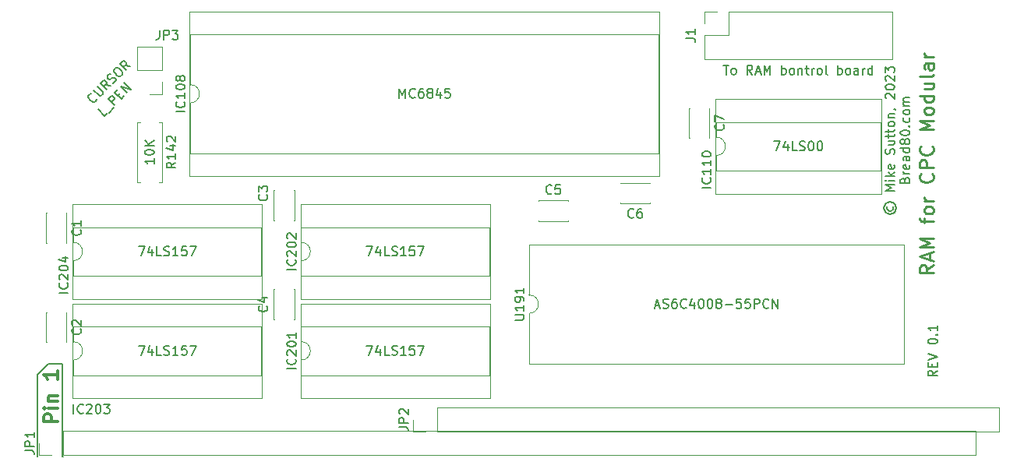
<source format=gto>
G04 #@! TF.GenerationSoftware,KiCad,Pcbnew,(5.1.12)-1*
G04 #@! TF.CreationDate,2023-07-18T15:57:14+01:00*
G04 #@! TF.ProjectId,CPCRAM,43504352-414d-42e6-9b69-6361645f7063,rev?*
G04 #@! TF.SameCoordinates,Original*
G04 #@! TF.FileFunction,Legend,Top*
G04 #@! TF.FilePolarity,Positive*
%FSLAX46Y46*%
G04 Gerber Fmt 4.6, Leading zero omitted, Abs format (unit mm)*
G04 Created by KiCad (PCBNEW (5.1.12)-1) date 2023-07-18 15:57:14*
%MOMM*%
%LPD*%
G01*
G04 APERTURE LIST*
%ADD10C,0.150000*%
%ADD11C,0.250000*%
%ADD12C,0.200000*%
%ADD13C,0.300000*%
%ADD14C,0.120000*%
G04 APERTURE END LIST*
D10*
X228688333Y-110577380D02*
X229259761Y-110577380D01*
X228974047Y-111577380D02*
X228974047Y-110577380D01*
X229735952Y-111577380D02*
X229640714Y-111529761D01*
X229593095Y-111482142D01*
X229545476Y-111386904D01*
X229545476Y-111101190D01*
X229593095Y-111005952D01*
X229640714Y-110958333D01*
X229735952Y-110910714D01*
X229878809Y-110910714D01*
X229974047Y-110958333D01*
X230021666Y-111005952D01*
X230069285Y-111101190D01*
X230069285Y-111386904D01*
X230021666Y-111482142D01*
X229974047Y-111529761D01*
X229878809Y-111577380D01*
X229735952Y-111577380D01*
X231831190Y-111577380D02*
X231497857Y-111101190D01*
X231259761Y-111577380D02*
X231259761Y-110577380D01*
X231640714Y-110577380D01*
X231735952Y-110625000D01*
X231783571Y-110672619D01*
X231831190Y-110767857D01*
X231831190Y-110910714D01*
X231783571Y-111005952D01*
X231735952Y-111053571D01*
X231640714Y-111101190D01*
X231259761Y-111101190D01*
X232212142Y-111291666D02*
X232688333Y-111291666D01*
X232116904Y-111577380D02*
X232450238Y-110577380D01*
X232783571Y-111577380D01*
X233116904Y-111577380D02*
X233116904Y-110577380D01*
X233450238Y-111291666D01*
X233783571Y-110577380D01*
X233783571Y-111577380D01*
X235021666Y-111577380D02*
X235021666Y-110577380D01*
X235021666Y-110958333D02*
X235116904Y-110910714D01*
X235307380Y-110910714D01*
X235402619Y-110958333D01*
X235450238Y-111005952D01*
X235497857Y-111101190D01*
X235497857Y-111386904D01*
X235450238Y-111482142D01*
X235402619Y-111529761D01*
X235307380Y-111577380D01*
X235116904Y-111577380D01*
X235021666Y-111529761D01*
X236069285Y-111577380D02*
X235974047Y-111529761D01*
X235926428Y-111482142D01*
X235878809Y-111386904D01*
X235878809Y-111101190D01*
X235926428Y-111005952D01*
X235974047Y-110958333D01*
X236069285Y-110910714D01*
X236212142Y-110910714D01*
X236307380Y-110958333D01*
X236355000Y-111005952D01*
X236402619Y-111101190D01*
X236402619Y-111386904D01*
X236355000Y-111482142D01*
X236307380Y-111529761D01*
X236212142Y-111577380D01*
X236069285Y-111577380D01*
X236831190Y-110910714D02*
X236831190Y-111577380D01*
X236831190Y-111005952D02*
X236878809Y-110958333D01*
X236974047Y-110910714D01*
X237116904Y-110910714D01*
X237212142Y-110958333D01*
X237259761Y-111053571D01*
X237259761Y-111577380D01*
X237593095Y-110910714D02*
X237974047Y-110910714D01*
X237735952Y-110577380D02*
X237735952Y-111434523D01*
X237783571Y-111529761D01*
X237878809Y-111577380D01*
X237974047Y-111577380D01*
X238307380Y-111577380D02*
X238307380Y-110910714D01*
X238307380Y-111101190D02*
X238355000Y-111005952D01*
X238402619Y-110958333D01*
X238497857Y-110910714D01*
X238593095Y-110910714D01*
X239069285Y-111577380D02*
X238974047Y-111529761D01*
X238926428Y-111482142D01*
X238878809Y-111386904D01*
X238878809Y-111101190D01*
X238926428Y-111005952D01*
X238974047Y-110958333D01*
X239069285Y-110910714D01*
X239212142Y-110910714D01*
X239307380Y-110958333D01*
X239355000Y-111005952D01*
X239402619Y-111101190D01*
X239402619Y-111386904D01*
X239355000Y-111482142D01*
X239307380Y-111529761D01*
X239212142Y-111577380D01*
X239069285Y-111577380D01*
X239974047Y-111577380D02*
X239878809Y-111529761D01*
X239831190Y-111434523D01*
X239831190Y-110577380D01*
X241116904Y-111577380D02*
X241116904Y-110577380D01*
X241116904Y-110958333D02*
X241212142Y-110910714D01*
X241402619Y-110910714D01*
X241497857Y-110958333D01*
X241545476Y-111005952D01*
X241593095Y-111101190D01*
X241593095Y-111386904D01*
X241545476Y-111482142D01*
X241497857Y-111529761D01*
X241402619Y-111577380D01*
X241212142Y-111577380D01*
X241116904Y-111529761D01*
X242164523Y-111577380D02*
X242069285Y-111529761D01*
X242021666Y-111482142D01*
X241974047Y-111386904D01*
X241974047Y-111101190D01*
X242021666Y-111005952D01*
X242069285Y-110958333D01*
X242164523Y-110910714D01*
X242307380Y-110910714D01*
X242402619Y-110958333D01*
X242450238Y-111005952D01*
X242497857Y-111101190D01*
X242497857Y-111386904D01*
X242450238Y-111482142D01*
X242402619Y-111529761D01*
X242307380Y-111577380D01*
X242164523Y-111577380D01*
X243355000Y-111577380D02*
X243355000Y-111053571D01*
X243307380Y-110958333D01*
X243212142Y-110910714D01*
X243021666Y-110910714D01*
X242926428Y-110958333D01*
X243355000Y-111529761D02*
X243259761Y-111577380D01*
X243021666Y-111577380D01*
X242926428Y-111529761D01*
X242878809Y-111434523D01*
X242878809Y-111339285D01*
X242926428Y-111244047D01*
X243021666Y-111196428D01*
X243259761Y-111196428D01*
X243355000Y-111148809D01*
X243831190Y-111577380D02*
X243831190Y-110910714D01*
X243831190Y-111101190D02*
X243878809Y-111005952D01*
X243926428Y-110958333D01*
X244021666Y-110910714D01*
X244116904Y-110910714D01*
X244878809Y-111577380D02*
X244878809Y-110577380D01*
X244878809Y-111529761D02*
X244783571Y-111577380D01*
X244593095Y-111577380D01*
X244497857Y-111529761D01*
X244450238Y-111482142D01*
X244402619Y-111386904D01*
X244402619Y-111101190D01*
X244450238Y-111005952D01*
X244497857Y-110958333D01*
X244593095Y-110910714D01*
X244783571Y-110910714D01*
X244878809Y-110958333D01*
X246515476Y-125887857D02*
X246467857Y-125983095D01*
X246467857Y-126173571D01*
X246515476Y-126268809D01*
X246610714Y-126364047D01*
X246705952Y-126411666D01*
X246896428Y-126411666D01*
X246991666Y-126364047D01*
X247086904Y-126268809D01*
X247134523Y-126173571D01*
X247134523Y-125983095D01*
X247086904Y-125887857D01*
X246134523Y-126078333D02*
X246182142Y-126316428D01*
X246325000Y-126554523D01*
X246563095Y-126697380D01*
X246801190Y-126745000D01*
X247039285Y-126697380D01*
X247277380Y-126554523D01*
X247420238Y-126316428D01*
X247467857Y-126078333D01*
X247420238Y-125840238D01*
X247277380Y-125602142D01*
X247039285Y-125459285D01*
X246801190Y-125411666D01*
X246563095Y-125459285D01*
X246325000Y-125602142D01*
X246182142Y-125840238D01*
X246134523Y-126078333D01*
X247277380Y-124221190D02*
X246277380Y-124221190D01*
X246991666Y-123887857D01*
X246277380Y-123554523D01*
X247277380Y-123554523D01*
X247277380Y-123078333D02*
X246610714Y-123078333D01*
X246277380Y-123078333D02*
X246325000Y-123125952D01*
X246372619Y-123078333D01*
X246325000Y-123030714D01*
X246277380Y-123078333D01*
X246372619Y-123078333D01*
X247277380Y-122602142D02*
X246277380Y-122602142D01*
X246896428Y-122506904D02*
X247277380Y-122221190D01*
X246610714Y-122221190D02*
X246991666Y-122602142D01*
X247229761Y-121411666D02*
X247277380Y-121506904D01*
X247277380Y-121697380D01*
X247229761Y-121792619D01*
X247134523Y-121840238D01*
X246753571Y-121840238D01*
X246658333Y-121792619D01*
X246610714Y-121697380D01*
X246610714Y-121506904D01*
X246658333Y-121411666D01*
X246753571Y-121364047D01*
X246848809Y-121364047D01*
X246944047Y-121840238D01*
X247229761Y-120221190D02*
X247277380Y-120078333D01*
X247277380Y-119840238D01*
X247229761Y-119745000D01*
X247182142Y-119697380D01*
X247086904Y-119649761D01*
X246991666Y-119649761D01*
X246896428Y-119697380D01*
X246848809Y-119745000D01*
X246801190Y-119840238D01*
X246753571Y-120030714D01*
X246705952Y-120125952D01*
X246658333Y-120173571D01*
X246563095Y-120221190D01*
X246467857Y-120221190D01*
X246372619Y-120173571D01*
X246325000Y-120125952D01*
X246277380Y-120030714D01*
X246277380Y-119792619D01*
X246325000Y-119649761D01*
X246610714Y-118792619D02*
X247277380Y-118792619D01*
X246610714Y-119221190D02*
X247134523Y-119221190D01*
X247229761Y-119173571D01*
X247277380Y-119078333D01*
X247277380Y-118935476D01*
X247229761Y-118840238D01*
X247182142Y-118792619D01*
X246610714Y-118459285D02*
X246610714Y-118078333D01*
X246277380Y-118316428D02*
X247134523Y-118316428D01*
X247229761Y-118268809D01*
X247277380Y-118173571D01*
X247277380Y-118078333D01*
X246610714Y-117887857D02*
X246610714Y-117506904D01*
X246277380Y-117745000D02*
X247134523Y-117745000D01*
X247229761Y-117697380D01*
X247277380Y-117602142D01*
X247277380Y-117506904D01*
X247277380Y-117030714D02*
X247229761Y-117125952D01*
X247182142Y-117173571D01*
X247086904Y-117221190D01*
X246801190Y-117221190D01*
X246705952Y-117173571D01*
X246658333Y-117125952D01*
X246610714Y-117030714D01*
X246610714Y-116887857D01*
X246658333Y-116792619D01*
X246705952Y-116745000D01*
X246801190Y-116697380D01*
X247086904Y-116697380D01*
X247182142Y-116745000D01*
X247229761Y-116792619D01*
X247277380Y-116887857D01*
X247277380Y-117030714D01*
X246610714Y-116268809D02*
X247277380Y-116268809D01*
X246705952Y-116268809D02*
X246658333Y-116221190D01*
X246610714Y-116125952D01*
X246610714Y-115983095D01*
X246658333Y-115887857D01*
X246753571Y-115840238D01*
X247277380Y-115840238D01*
X247229761Y-115316428D02*
X247277380Y-115316428D01*
X247372619Y-115364047D01*
X247420238Y-115411666D01*
X246372619Y-114173571D02*
X246325000Y-114125952D01*
X246277380Y-114030714D01*
X246277380Y-113792619D01*
X246325000Y-113697380D01*
X246372619Y-113649761D01*
X246467857Y-113602142D01*
X246563095Y-113602142D01*
X246705952Y-113649761D01*
X247277380Y-114221190D01*
X247277380Y-113602142D01*
X246277380Y-112983095D02*
X246277380Y-112887857D01*
X246325000Y-112792619D01*
X246372619Y-112745000D01*
X246467857Y-112697380D01*
X246658333Y-112649761D01*
X246896428Y-112649761D01*
X247086904Y-112697380D01*
X247182142Y-112745000D01*
X247229761Y-112792619D01*
X247277380Y-112887857D01*
X247277380Y-112983095D01*
X247229761Y-113078333D01*
X247182142Y-113125952D01*
X247086904Y-113173571D01*
X246896428Y-113221190D01*
X246658333Y-113221190D01*
X246467857Y-113173571D01*
X246372619Y-113125952D01*
X246325000Y-113078333D01*
X246277380Y-112983095D01*
X246372619Y-112268809D02*
X246325000Y-112221190D01*
X246277380Y-112125952D01*
X246277380Y-111887857D01*
X246325000Y-111792619D01*
X246372619Y-111745000D01*
X246467857Y-111697380D01*
X246563095Y-111697380D01*
X246705952Y-111745000D01*
X247277380Y-112316428D01*
X247277380Y-111697380D01*
X246277380Y-111364047D02*
X246277380Y-110745000D01*
X246658333Y-111078333D01*
X246658333Y-110935476D01*
X246705952Y-110840238D01*
X246753571Y-110792619D01*
X246848809Y-110745000D01*
X247086904Y-110745000D01*
X247182142Y-110792619D01*
X247229761Y-110840238D01*
X247277380Y-110935476D01*
X247277380Y-111221190D01*
X247229761Y-111316428D01*
X247182142Y-111364047D01*
X248403571Y-123054523D02*
X248451190Y-122911666D01*
X248498809Y-122864047D01*
X248594047Y-122816428D01*
X248736904Y-122816428D01*
X248832142Y-122864047D01*
X248879761Y-122911666D01*
X248927380Y-123006904D01*
X248927380Y-123387857D01*
X247927380Y-123387857D01*
X247927380Y-123054523D01*
X247975000Y-122959285D01*
X248022619Y-122911666D01*
X248117857Y-122864047D01*
X248213095Y-122864047D01*
X248308333Y-122911666D01*
X248355952Y-122959285D01*
X248403571Y-123054523D01*
X248403571Y-123387857D01*
X248927380Y-122387857D02*
X248260714Y-122387857D01*
X248451190Y-122387857D02*
X248355952Y-122340238D01*
X248308333Y-122292619D01*
X248260714Y-122197380D01*
X248260714Y-122102142D01*
X248879761Y-121387857D02*
X248927380Y-121483095D01*
X248927380Y-121673571D01*
X248879761Y-121768809D01*
X248784523Y-121816428D01*
X248403571Y-121816428D01*
X248308333Y-121768809D01*
X248260714Y-121673571D01*
X248260714Y-121483095D01*
X248308333Y-121387857D01*
X248403571Y-121340238D01*
X248498809Y-121340238D01*
X248594047Y-121816428D01*
X248927380Y-120483095D02*
X248403571Y-120483095D01*
X248308333Y-120530714D01*
X248260714Y-120625952D01*
X248260714Y-120816428D01*
X248308333Y-120911666D01*
X248879761Y-120483095D02*
X248927380Y-120578333D01*
X248927380Y-120816428D01*
X248879761Y-120911666D01*
X248784523Y-120959285D01*
X248689285Y-120959285D01*
X248594047Y-120911666D01*
X248546428Y-120816428D01*
X248546428Y-120578333D01*
X248498809Y-120483095D01*
X248927380Y-119578333D02*
X247927380Y-119578333D01*
X248879761Y-119578333D02*
X248927380Y-119673571D01*
X248927380Y-119864047D01*
X248879761Y-119959285D01*
X248832142Y-120006904D01*
X248736904Y-120054523D01*
X248451190Y-120054523D01*
X248355952Y-120006904D01*
X248308333Y-119959285D01*
X248260714Y-119864047D01*
X248260714Y-119673571D01*
X248308333Y-119578333D01*
X248355952Y-118959285D02*
X248308333Y-119054523D01*
X248260714Y-119102142D01*
X248165476Y-119149761D01*
X248117857Y-119149761D01*
X248022619Y-119102142D01*
X247975000Y-119054523D01*
X247927380Y-118959285D01*
X247927380Y-118768809D01*
X247975000Y-118673571D01*
X248022619Y-118625952D01*
X248117857Y-118578333D01*
X248165476Y-118578333D01*
X248260714Y-118625952D01*
X248308333Y-118673571D01*
X248355952Y-118768809D01*
X248355952Y-118959285D01*
X248403571Y-119054523D01*
X248451190Y-119102142D01*
X248546428Y-119149761D01*
X248736904Y-119149761D01*
X248832142Y-119102142D01*
X248879761Y-119054523D01*
X248927380Y-118959285D01*
X248927380Y-118768809D01*
X248879761Y-118673571D01*
X248832142Y-118625952D01*
X248736904Y-118578333D01*
X248546428Y-118578333D01*
X248451190Y-118625952D01*
X248403571Y-118673571D01*
X248355952Y-118768809D01*
X247927380Y-117959285D02*
X247927380Y-117864047D01*
X247975000Y-117768809D01*
X248022619Y-117721190D01*
X248117857Y-117673571D01*
X248308333Y-117625952D01*
X248546428Y-117625952D01*
X248736904Y-117673571D01*
X248832142Y-117721190D01*
X248879761Y-117768809D01*
X248927380Y-117864047D01*
X248927380Y-117959285D01*
X248879761Y-118054523D01*
X248832142Y-118102142D01*
X248736904Y-118149761D01*
X248546428Y-118197380D01*
X248308333Y-118197380D01*
X248117857Y-118149761D01*
X248022619Y-118102142D01*
X247975000Y-118054523D01*
X247927380Y-117959285D01*
X248832142Y-117197380D02*
X248879761Y-117149761D01*
X248927380Y-117197380D01*
X248879761Y-117245000D01*
X248832142Y-117197380D01*
X248927380Y-117197380D01*
X248879761Y-116292619D02*
X248927380Y-116387857D01*
X248927380Y-116578333D01*
X248879761Y-116673571D01*
X248832142Y-116721190D01*
X248736904Y-116768809D01*
X248451190Y-116768809D01*
X248355952Y-116721190D01*
X248308333Y-116673571D01*
X248260714Y-116578333D01*
X248260714Y-116387857D01*
X248308333Y-116292619D01*
X248927380Y-115721190D02*
X248879761Y-115816428D01*
X248832142Y-115864047D01*
X248736904Y-115911666D01*
X248451190Y-115911666D01*
X248355952Y-115864047D01*
X248308333Y-115816428D01*
X248260714Y-115721190D01*
X248260714Y-115578333D01*
X248308333Y-115483095D01*
X248355952Y-115435476D01*
X248451190Y-115387857D01*
X248736904Y-115387857D01*
X248832142Y-115435476D01*
X248879761Y-115483095D01*
X248927380Y-115578333D01*
X248927380Y-115721190D01*
X248927380Y-114959285D02*
X248260714Y-114959285D01*
X248355952Y-114959285D02*
X248308333Y-114911666D01*
X248260714Y-114816428D01*
X248260714Y-114673571D01*
X248308333Y-114578333D01*
X248403571Y-114530714D01*
X248927380Y-114530714D01*
X248403571Y-114530714D02*
X248308333Y-114483095D01*
X248260714Y-114387857D01*
X248260714Y-114245000D01*
X248308333Y-114149761D01*
X248403571Y-114102142D01*
X248927380Y-114102142D01*
D11*
X251503571Y-132285000D02*
X250789285Y-132785000D01*
X251503571Y-133142142D02*
X250003571Y-133142142D01*
X250003571Y-132570714D01*
X250075000Y-132427857D01*
X250146428Y-132356428D01*
X250289285Y-132285000D01*
X250503571Y-132285000D01*
X250646428Y-132356428D01*
X250717857Y-132427857D01*
X250789285Y-132570714D01*
X250789285Y-133142142D01*
X251075000Y-131713571D02*
X251075000Y-130999285D01*
X251503571Y-131856428D02*
X250003571Y-131356428D01*
X251503571Y-130856428D01*
X251503571Y-130356428D02*
X250003571Y-130356428D01*
X251075000Y-129856428D01*
X250003571Y-129356428D01*
X251503571Y-129356428D01*
X250503571Y-127713571D02*
X250503571Y-127142142D01*
X251503571Y-127499285D02*
X250217857Y-127499285D01*
X250075000Y-127427857D01*
X250003571Y-127285000D01*
X250003571Y-127142142D01*
X251503571Y-126427857D02*
X251432142Y-126570714D01*
X251360714Y-126642142D01*
X251217857Y-126713571D01*
X250789285Y-126713571D01*
X250646428Y-126642142D01*
X250575000Y-126570714D01*
X250503571Y-126427857D01*
X250503571Y-126213571D01*
X250575000Y-126070714D01*
X250646428Y-125999285D01*
X250789285Y-125927857D01*
X251217857Y-125927857D01*
X251360714Y-125999285D01*
X251432142Y-126070714D01*
X251503571Y-126213571D01*
X251503571Y-126427857D01*
X251503571Y-125285000D02*
X250503571Y-125285000D01*
X250789285Y-125285000D02*
X250646428Y-125213571D01*
X250575000Y-125142142D01*
X250503571Y-124999285D01*
X250503571Y-124856428D01*
X251360714Y-122356428D02*
X251432142Y-122427857D01*
X251503571Y-122642142D01*
X251503571Y-122785000D01*
X251432142Y-122999285D01*
X251289285Y-123142142D01*
X251146428Y-123213571D01*
X250860714Y-123285000D01*
X250646428Y-123285000D01*
X250360714Y-123213571D01*
X250217857Y-123142142D01*
X250075000Y-122999285D01*
X250003571Y-122785000D01*
X250003571Y-122642142D01*
X250075000Y-122427857D01*
X250146428Y-122356428D01*
X251503571Y-121713571D02*
X250003571Y-121713571D01*
X250003571Y-121142142D01*
X250075000Y-120999285D01*
X250146428Y-120927857D01*
X250289285Y-120856428D01*
X250503571Y-120856428D01*
X250646428Y-120927857D01*
X250717857Y-120999285D01*
X250789285Y-121142142D01*
X250789285Y-121713571D01*
X251360714Y-119356428D02*
X251432142Y-119427857D01*
X251503571Y-119642142D01*
X251503571Y-119785000D01*
X251432142Y-119999285D01*
X251289285Y-120142142D01*
X251146428Y-120213571D01*
X250860714Y-120285000D01*
X250646428Y-120285000D01*
X250360714Y-120213571D01*
X250217857Y-120142142D01*
X250075000Y-119999285D01*
X250003571Y-119785000D01*
X250003571Y-119642142D01*
X250075000Y-119427857D01*
X250146428Y-119356428D01*
X251503571Y-117570714D02*
X250003571Y-117570714D01*
X251075000Y-117070714D01*
X250003571Y-116570714D01*
X251503571Y-116570714D01*
X251503571Y-115642142D02*
X251432142Y-115785000D01*
X251360714Y-115856428D01*
X251217857Y-115927857D01*
X250789285Y-115927857D01*
X250646428Y-115856428D01*
X250575000Y-115785000D01*
X250503571Y-115642142D01*
X250503571Y-115427857D01*
X250575000Y-115285000D01*
X250646428Y-115213571D01*
X250789285Y-115142142D01*
X251217857Y-115142142D01*
X251360714Y-115213571D01*
X251432142Y-115285000D01*
X251503571Y-115427857D01*
X251503571Y-115642142D01*
X251503571Y-113856428D02*
X250003571Y-113856428D01*
X251432142Y-113856428D02*
X251503571Y-113999285D01*
X251503571Y-114285000D01*
X251432142Y-114427857D01*
X251360714Y-114499285D01*
X251217857Y-114570714D01*
X250789285Y-114570714D01*
X250646428Y-114499285D01*
X250575000Y-114427857D01*
X250503571Y-114285000D01*
X250503571Y-113999285D01*
X250575000Y-113856428D01*
X250503571Y-112499285D02*
X251503571Y-112499285D01*
X250503571Y-113142142D02*
X251289285Y-113142142D01*
X251432142Y-113070714D01*
X251503571Y-112927857D01*
X251503571Y-112713571D01*
X251432142Y-112570714D01*
X251360714Y-112499285D01*
X251503571Y-111570714D02*
X251432142Y-111713571D01*
X251289285Y-111785000D01*
X250003571Y-111785000D01*
X251503571Y-110356428D02*
X250717857Y-110356428D01*
X250575000Y-110427857D01*
X250503571Y-110570714D01*
X250503571Y-110856428D01*
X250575000Y-110999285D01*
X251432142Y-110356428D02*
X251503571Y-110499285D01*
X251503571Y-110856428D01*
X251432142Y-110999285D01*
X251289285Y-111070714D01*
X251146428Y-111070714D01*
X251003571Y-110999285D01*
X250932142Y-110856428D01*
X250932142Y-110499285D01*
X250860714Y-110356428D01*
X251503571Y-109642142D02*
X250503571Y-109642142D01*
X250789285Y-109642142D02*
X250646428Y-109570714D01*
X250575000Y-109499285D01*
X250503571Y-109356428D01*
X250503571Y-109213571D01*
D10*
X251912380Y-143747857D02*
X251436190Y-144081190D01*
X251912380Y-144319285D02*
X250912380Y-144319285D01*
X250912380Y-143938333D01*
X250960000Y-143843095D01*
X251007619Y-143795476D01*
X251102857Y-143747857D01*
X251245714Y-143747857D01*
X251340952Y-143795476D01*
X251388571Y-143843095D01*
X251436190Y-143938333D01*
X251436190Y-144319285D01*
X251388571Y-143319285D02*
X251388571Y-142985952D01*
X251912380Y-142843095D02*
X251912380Y-143319285D01*
X250912380Y-143319285D01*
X250912380Y-142843095D01*
X250912380Y-142557380D02*
X251912380Y-142224047D01*
X250912380Y-141890714D01*
X250912380Y-140605000D02*
X250912380Y-140509761D01*
X250960000Y-140414523D01*
X251007619Y-140366904D01*
X251102857Y-140319285D01*
X251293333Y-140271666D01*
X251531428Y-140271666D01*
X251721904Y-140319285D01*
X251817142Y-140366904D01*
X251864761Y-140414523D01*
X251912380Y-140509761D01*
X251912380Y-140605000D01*
X251864761Y-140700238D01*
X251817142Y-140747857D01*
X251721904Y-140795476D01*
X251531428Y-140843095D01*
X251293333Y-140843095D01*
X251102857Y-140795476D01*
X251007619Y-140747857D01*
X250960000Y-140700238D01*
X250912380Y-140605000D01*
X251817142Y-139843095D02*
X251864761Y-139795476D01*
X251912380Y-139843095D01*
X251864761Y-139890714D01*
X251817142Y-139843095D01*
X251912380Y-139843095D01*
X251912380Y-138843095D02*
X251912380Y-139414523D01*
X251912380Y-139128809D02*
X250912380Y-139128809D01*
X251055238Y-139224047D01*
X251150476Y-139319285D01*
X251198095Y-139414523D01*
X161785549Y-115714213D02*
X161448832Y-116050931D01*
X160741725Y-115343824D01*
X161920236Y-115714213D02*
X162458984Y-115175465D01*
X162560000Y-114939763D02*
X161852893Y-114232656D01*
X162122267Y-113963282D01*
X162223282Y-113929610D01*
X162290625Y-113929610D01*
X162391641Y-113963282D01*
X162492656Y-114064297D01*
X162526328Y-114165312D01*
X162526328Y-114232656D01*
X162492656Y-114333671D01*
X162223282Y-114603045D01*
X162896717Y-113862267D02*
X163132419Y-113626564D01*
X163603824Y-113895938D02*
X163267106Y-114232656D01*
X162560000Y-113525549D01*
X162896717Y-113188832D01*
X163906870Y-113592893D02*
X163199763Y-112885786D01*
X164310931Y-113188832D01*
X163603824Y-112481725D01*
X160611801Y-114213274D02*
X160611801Y-114280618D01*
X160544458Y-114415305D01*
X160477114Y-114482648D01*
X160342427Y-114549992D01*
X160207740Y-114549992D01*
X160106725Y-114516320D01*
X159938366Y-114415305D01*
X159837351Y-114314289D01*
X159736336Y-114145931D01*
X159702664Y-114044915D01*
X159702664Y-113910228D01*
X159770007Y-113775541D01*
X159837351Y-113708198D01*
X159972038Y-113640854D01*
X160039381Y-113640854D01*
X160275084Y-113270465D02*
X160847503Y-113842885D01*
X160948519Y-113876557D01*
X161015862Y-113876557D01*
X161116877Y-113842885D01*
X161251564Y-113708198D01*
X161285236Y-113607183D01*
X161285236Y-113539839D01*
X161251564Y-113438824D01*
X160679145Y-112866404D01*
X162127030Y-112832732D02*
X161554610Y-112731717D01*
X161722969Y-113236793D02*
X161015862Y-112529687D01*
X161285236Y-112260312D01*
X161386251Y-112226641D01*
X161453595Y-112226641D01*
X161554610Y-112260312D01*
X161655625Y-112361328D01*
X161689297Y-112462343D01*
X161689297Y-112529687D01*
X161655625Y-112630702D01*
X161386251Y-112900076D01*
X162362732Y-112529687D02*
X162497419Y-112462343D01*
X162665778Y-112293984D01*
X162699450Y-112192969D01*
X162699450Y-112125625D01*
X162665778Y-112024610D01*
X162598435Y-111957267D01*
X162497419Y-111923595D01*
X162430076Y-111923595D01*
X162329061Y-111957267D01*
X162160702Y-112058282D01*
X162059687Y-112091954D01*
X161992343Y-112091954D01*
X161891328Y-112058282D01*
X161823984Y-111990938D01*
X161790312Y-111889923D01*
X161790312Y-111822580D01*
X161823984Y-111721564D01*
X161992343Y-111553206D01*
X162127030Y-111485862D01*
X162531091Y-111014458D02*
X162665778Y-110879771D01*
X162766793Y-110846099D01*
X162901480Y-110846099D01*
X163069839Y-110947114D01*
X163305541Y-111182816D01*
X163406557Y-111351175D01*
X163406557Y-111485862D01*
X163372885Y-111586877D01*
X163238198Y-111721564D01*
X163137183Y-111755236D01*
X163002496Y-111755236D01*
X162834137Y-111654221D01*
X162598435Y-111418519D01*
X162497419Y-111250160D01*
X162497419Y-111115473D01*
X162531091Y-111014458D01*
X164248350Y-110711412D02*
X163675931Y-110610397D01*
X163844289Y-111115473D02*
X163137183Y-110408366D01*
X163406557Y-110138992D01*
X163507572Y-110105320D01*
X163574915Y-110105320D01*
X163675931Y-110138992D01*
X163776946Y-110240007D01*
X163810618Y-110341023D01*
X163810618Y-110408366D01*
X163776946Y-110509381D01*
X163507572Y-110778755D01*
D12*
X156895800Y-153131520D02*
X156931360Y-153131520D01*
X156895800Y-143019780D02*
X156895800Y-153131520D01*
X155326080Y-143019780D02*
X156895800Y-143019780D01*
X154144980Y-144200880D02*
X155326080Y-143019780D01*
X154144980Y-153131520D02*
X154144980Y-144200880D01*
D13*
X156360251Y-149315465D02*
X154860251Y-149315465D01*
X154860251Y-148744037D01*
X154931680Y-148601180D01*
X155003108Y-148529751D01*
X155145965Y-148458322D01*
X155360251Y-148458322D01*
X155503108Y-148529751D01*
X155574537Y-148601180D01*
X155645965Y-148744037D01*
X155645965Y-149315465D01*
X156360251Y-147815465D02*
X155360251Y-147815465D01*
X154860251Y-147815465D02*
X154931680Y-147886894D01*
X155003108Y-147815465D01*
X154931680Y-147744037D01*
X154860251Y-147815465D01*
X155003108Y-147815465D01*
X155360251Y-147101180D02*
X156360251Y-147101180D01*
X155503108Y-147101180D02*
X155431680Y-147029751D01*
X155360251Y-146886894D01*
X155360251Y-146672608D01*
X155431680Y-146529751D01*
X155574537Y-146458322D01*
X156360251Y-146458322D01*
X156360251Y-143815465D02*
X156360251Y-144672608D01*
X156360251Y-144244037D02*
X154860251Y-144244037D01*
X155074537Y-144386894D01*
X155217394Y-144529751D01*
X155288822Y-144672608D01*
D14*
X157995000Y-136465000D02*
X157995000Y-146745000D01*
X178555000Y-136465000D02*
X157995000Y-136465000D01*
X178555000Y-146745000D02*
X178555000Y-136465000D01*
X157995000Y-146745000D02*
X178555000Y-146745000D01*
X158055000Y-138955000D02*
X158055000Y-140605000D01*
X178495000Y-138955000D02*
X158055000Y-138955000D01*
X178495000Y-144255000D02*
X178495000Y-138955000D01*
X158055000Y-144255000D02*
X178495000Y-144255000D01*
X158055000Y-142605000D02*
X158055000Y-144255000D01*
X158055000Y-140605000D02*
G75*
G02*
X158055000Y-142605000I0J-1000000D01*
G01*
X226635000Y-106045000D02*
X226635000Y-104715000D01*
X226635000Y-104715000D02*
X227965000Y-104715000D01*
X226635000Y-107315000D02*
X229235000Y-107315000D01*
X229235000Y-107315000D02*
X229235000Y-104715000D01*
X229235000Y-104715000D02*
X247075000Y-104715000D01*
X247075000Y-109915000D02*
X247075000Y-104715000D01*
X226635000Y-109915000D02*
X247075000Y-109915000D01*
X226635000Y-109915000D02*
X226635000Y-107315000D01*
X195012000Y-150402600D02*
X195012000Y-149072600D01*
X196342000Y-150402600D02*
X195012000Y-150402600D01*
X197612000Y-150402600D02*
X197612000Y-147742600D01*
X197612000Y-147742600D02*
X258632000Y-147742600D01*
X197612000Y-150402600D02*
X258632000Y-150402600D01*
X258632000Y-150402600D02*
X258632000Y-147742600D01*
X207585000Y-130065000D02*
X207585000Y-135525000D01*
X248345000Y-130065000D02*
X207585000Y-130065000D01*
X248345000Y-142985000D02*
X248345000Y-130065000D01*
X207585000Y-142985000D02*
X248345000Y-142985000D01*
X207585000Y-137525000D02*
X207585000Y-142985000D01*
X207585000Y-135525000D02*
G75*
G02*
X207585000Y-137525000I0J-1000000D01*
G01*
X227845000Y-114240000D02*
X227845000Y-124520000D01*
X245865000Y-114240000D02*
X227845000Y-114240000D01*
X245865000Y-124520000D02*
X245865000Y-114240000D01*
X227845000Y-124520000D02*
X245865000Y-124520000D01*
X227905000Y-116730000D02*
X227905000Y-118380000D01*
X245805000Y-116730000D02*
X227905000Y-116730000D01*
X245805000Y-122030000D02*
X245805000Y-116730000D01*
X227905000Y-122030000D02*
X245805000Y-122030000D01*
X227905000Y-120380000D02*
X227905000Y-122030000D01*
X227905000Y-118380000D02*
G75*
G02*
X227905000Y-120380000I0J-1000000D01*
G01*
X167410000Y-116745000D02*
X167740000Y-116745000D01*
X167740000Y-116745000D02*
X167740000Y-123285000D01*
X167740000Y-123285000D02*
X167410000Y-123285000D01*
X165330000Y-116745000D02*
X165000000Y-116745000D01*
X165000000Y-116745000D02*
X165000000Y-123285000D01*
X165000000Y-123285000D02*
X165330000Y-123285000D01*
X154372000Y-152942600D02*
X154372000Y-151612600D01*
X155702000Y-152942600D02*
X154372000Y-152942600D01*
X156972000Y-152942600D02*
X156972000Y-150282600D01*
X156972000Y-150282600D02*
X256092000Y-150282600D01*
X156972000Y-152942600D02*
X256092000Y-152942600D01*
X256092000Y-152942600D02*
X256092000Y-150282600D01*
X167700000Y-108525000D02*
X165040000Y-108525000D01*
X167700000Y-111125000D02*
X167700000Y-108525000D01*
X165040000Y-111125000D02*
X165040000Y-108525000D01*
X167700000Y-111125000D02*
X165040000Y-111125000D01*
X167700000Y-112395000D02*
X167700000Y-113725000D01*
X167700000Y-113725000D02*
X166370000Y-113725000D01*
X157995000Y-125670000D02*
X157995000Y-135950000D01*
X178555000Y-125670000D02*
X157995000Y-125670000D01*
X178555000Y-135950000D02*
X178555000Y-125670000D01*
X157995000Y-135950000D02*
X178555000Y-135950000D01*
X158055000Y-128160000D02*
X158055000Y-129810000D01*
X178495000Y-128160000D02*
X158055000Y-128160000D01*
X178495000Y-133460000D02*
X178495000Y-128160000D01*
X158055000Y-133460000D02*
X178495000Y-133460000D01*
X158055000Y-131810000D02*
X158055000Y-133460000D01*
X158055000Y-129810000D02*
G75*
G02*
X158055000Y-131810000I0J-1000000D01*
G01*
X182760000Y-125670000D02*
X182760000Y-135950000D01*
X203320000Y-125670000D02*
X182760000Y-125670000D01*
X203320000Y-135950000D02*
X203320000Y-125670000D01*
X182760000Y-135950000D02*
X203320000Y-135950000D01*
X182820000Y-128160000D02*
X182820000Y-129810000D01*
X203260000Y-128160000D02*
X182820000Y-128160000D01*
X203260000Y-133460000D02*
X203260000Y-128160000D01*
X182820000Y-133460000D02*
X203260000Y-133460000D01*
X182820000Y-131810000D02*
X182820000Y-133460000D01*
X182820000Y-129810000D02*
G75*
G02*
X182820000Y-131810000I0J-1000000D01*
G01*
X182760000Y-136465000D02*
X182760000Y-146745000D01*
X203320000Y-136465000D02*
X182760000Y-136465000D01*
X203320000Y-146745000D02*
X203320000Y-136465000D01*
X182760000Y-146745000D02*
X203320000Y-146745000D01*
X182820000Y-138955000D02*
X182820000Y-140605000D01*
X203260000Y-138955000D02*
X182820000Y-138955000D01*
X203260000Y-144255000D02*
X203260000Y-138955000D01*
X182820000Y-144255000D02*
X203260000Y-144255000D01*
X182820000Y-142605000D02*
X182820000Y-144255000D01*
X182820000Y-140605000D02*
G75*
G02*
X182820000Y-142605000I0J-1000000D01*
G01*
X170695000Y-104715000D02*
X170695000Y-122615000D01*
X221735000Y-104715000D02*
X170695000Y-104715000D01*
X221735000Y-122615000D02*
X221735000Y-104715000D01*
X170695000Y-122615000D02*
X221735000Y-122615000D01*
X170755000Y-107205000D02*
X170755000Y-112665000D01*
X221675000Y-107205000D02*
X170755000Y-107205000D01*
X221675000Y-120125000D02*
X221675000Y-107205000D01*
X170755000Y-120125000D02*
X221675000Y-120125000D01*
X170755000Y-114665000D02*
X170755000Y-120125000D01*
X170755000Y-112665000D02*
G75*
G02*
X170755000Y-114665000I0J-1000000D01*
G01*
X225005000Y-118480000D02*
X224940000Y-118480000D01*
X227180000Y-118480000D02*
X227115000Y-118480000D01*
X225005000Y-115240000D02*
X224940000Y-115240000D01*
X227180000Y-115240000D02*
X227115000Y-115240000D01*
X224940000Y-115240000D02*
X224940000Y-118480000D01*
X227180000Y-115240000D02*
X227180000Y-118480000D01*
X217475000Y-123405000D02*
X217475000Y-123340000D01*
X217475000Y-125580000D02*
X217475000Y-125515000D01*
X220715000Y-123405000D02*
X220715000Y-123340000D01*
X220715000Y-125580000D02*
X220715000Y-125515000D01*
X220715000Y-123340000D02*
X217475000Y-123340000D01*
X220715000Y-125580000D02*
X217475000Y-125580000D01*
X211825000Y-127420000D02*
X211825000Y-127485000D01*
X211825000Y-125245000D02*
X211825000Y-125310000D01*
X208585000Y-127420000D02*
X208585000Y-127485000D01*
X208585000Y-125245000D02*
X208585000Y-125310000D01*
X208585000Y-127485000D02*
X211825000Y-127485000D01*
X208585000Y-125245000D02*
X211825000Y-125245000D01*
X182030000Y-134925000D02*
X182095000Y-134925000D01*
X179855000Y-134925000D02*
X179920000Y-134925000D01*
X182030000Y-138165000D02*
X182095000Y-138165000D01*
X179855000Y-138165000D02*
X179920000Y-138165000D01*
X182095000Y-138165000D02*
X182095000Y-134925000D01*
X179855000Y-138165000D02*
X179855000Y-134925000D01*
X182030000Y-124170000D02*
X182095000Y-124170000D01*
X179855000Y-124170000D02*
X179920000Y-124170000D01*
X182030000Y-127410000D02*
X182095000Y-127410000D01*
X179855000Y-127410000D02*
X179920000Y-127410000D01*
X182095000Y-127410000D02*
X182095000Y-124170000D01*
X179855000Y-127410000D02*
X179855000Y-124170000D01*
X155155000Y-140665000D02*
X155090000Y-140665000D01*
X157330000Y-140665000D02*
X157265000Y-140665000D01*
X155155000Y-137425000D02*
X155090000Y-137425000D01*
X157330000Y-137425000D02*
X157265000Y-137425000D01*
X155090000Y-137425000D02*
X155090000Y-140665000D01*
X157330000Y-137425000D02*
X157330000Y-140665000D01*
X155155000Y-129870000D02*
X155090000Y-129870000D01*
X157330000Y-129870000D02*
X157265000Y-129870000D01*
X155155000Y-126630000D02*
X155090000Y-126630000D01*
X157330000Y-126630000D02*
X157265000Y-126630000D01*
X155090000Y-126630000D02*
X155090000Y-129870000D01*
X157330000Y-126630000D02*
X157330000Y-129870000D01*
D10*
X158091428Y-148407380D02*
X158091428Y-147407380D01*
X159139047Y-148312142D02*
X159091428Y-148359761D01*
X158948571Y-148407380D01*
X158853333Y-148407380D01*
X158710476Y-148359761D01*
X158615238Y-148264523D01*
X158567619Y-148169285D01*
X158520000Y-147978809D01*
X158520000Y-147835952D01*
X158567619Y-147645476D01*
X158615238Y-147550238D01*
X158710476Y-147455000D01*
X158853333Y-147407380D01*
X158948571Y-147407380D01*
X159091428Y-147455000D01*
X159139047Y-147502619D01*
X159520000Y-147502619D02*
X159567619Y-147455000D01*
X159662857Y-147407380D01*
X159900952Y-147407380D01*
X159996190Y-147455000D01*
X160043809Y-147502619D01*
X160091428Y-147597857D01*
X160091428Y-147693095D01*
X160043809Y-147835952D01*
X159472380Y-148407380D01*
X160091428Y-148407380D01*
X160710476Y-147407380D02*
X160805714Y-147407380D01*
X160900952Y-147455000D01*
X160948571Y-147502619D01*
X160996190Y-147597857D01*
X161043809Y-147788333D01*
X161043809Y-148026428D01*
X160996190Y-148216904D01*
X160948571Y-148312142D01*
X160900952Y-148359761D01*
X160805714Y-148407380D01*
X160710476Y-148407380D01*
X160615238Y-148359761D01*
X160567619Y-148312142D01*
X160520000Y-148216904D01*
X160472380Y-148026428D01*
X160472380Y-147788333D01*
X160520000Y-147597857D01*
X160567619Y-147502619D01*
X160615238Y-147455000D01*
X160710476Y-147407380D01*
X161377142Y-147407380D02*
X161996190Y-147407380D01*
X161662857Y-147788333D01*
X161805714Y-147788333D01*
X161900952Y-147835952D01*
X161948571Y-147883571D01*
X161996190Y-147978809D01*
X161996190Y-148216904D01*
X161948571Y-148312142D01*
X161900952Y-148359761D01*
X161805714Y-148407380D01*
X161520000Y-148407380D01*
X161424761Y-148359761D01*
X161377142Y-148312142D01*
X165155952Y-141057380D02*
X165822619Y-141057380D01*
X165394047Y-142057380D01*
X166632142Y-141390714D02*
X166632142Y-142057380D01*
X166394047Y-141009761D02*
X166155952Y-141724047D01*
X166775000Y-141724047D01*
X167632142Y-142057380D02*
X167155952Y-142057380D01*
X167155952Y-141057380D01*
X167917857Y-142009761D02*
X168060714Y-142057380D01*
X168298809Y-142057380D01*
X168394047Y-142009761D01*
X168441666Y-141962142D01*
X168489285Y-141866904D01*
X168489285Y-141771666D01*
X168441666Y-141676428D01*
X168394047Y-141628809D01*
X168298809Y-141581190D01*
X168108333Y-141533571D01*
X168013095Y-141485952D01*
X167965476Y-141438333D01*
X167917857Y-141343095D01*
X167917857Y-141247857D01*
X167965476Y-141152619D01*
X168013095Y-141105000D01*
X168108333Y-141057380D01*
X168346428Y-141057380D01*
X168489285Y-141105000D01*
X169441666Y-142057380D02*
X168870238Y-142057380D01*
X169155952Y-142057380D02*
X169155952Y-141057380D01*
X169060714Y-141200238D01*
X168965476Y-141295476D01*
X168870238Y-141343095D01*
X170346428Y-141057380D02*
X169870238Y-141057380D01*
X169822619Y-141533571D01*
X169870238Y-141485952D01*
X169965476Y-141438333D01*
X170203571Y-141438333D01*
X170298809Y-141485952D01*
X170346428Y-141533571D01*
X170394047Y-141628809D01*
X170394047Y-141866904D01*
X170346428Y-141962142D01*
X170298809Y-142009761D01*
X170203571Y-142057380D01*
X169965476Y-142057380D01*
X169870238Y-142009761D01*
X169822619Y-141962142D01*
X170727380Y-141057380D02*
X171394047Y-141057380D01*
X170965476Y-142057380D01*
X224647380Y-107648333D02*
X225361666Y-107648333D01*
X225504523Y-107695952D01*
X225599761Y-107791190D01*
X225647380Y-107934047D01*
X225647380Y-108029285D01*
X225647380Y-106648333D02*
X225647380Y-107219761D01*
X225647380Y-106934047D02*
X224647380Y-106934047D01*
X224790238Y-107029285D01*
X224885476Y-107124523D01*
X224933095Y-107219761D01*
X193464380Y-149905933D02*
X194178666Y-149905933D01*
X194321523Y-149953552D01*
X194416761Y-150048790D01*
X194464380Y-150191647D01*
X194464380Y-150286885D01*
X194464380Y-149429742D02*
X193464380Y-149429742D01*
X193464380Y-149048790D01*
X193512000Y-148953552D01*
X193559619Y-148905933D01*
X193654857Y-148858314D01*
X193797714Y-148858314D01*
X193892952Y-148905933D01*
X193940571Y-148953552D01*
X193988190Y-149048790D01*
X193988190Y-149429742D01*
X193559619Y-148477361D02*
X193512000Y-148429742D01*
X193464380Y-148334504D01*
X193464380Y-148096409D01*
X193512000Y-148001171D01*
X193559619Y-147953552D01*
X193654857Y-147905933D01*
X193750095Y-147905933D01*
X193892952Y-147953552D01*
X194464380Y-148524980D01*
X194464380Y-147905933D01*
X206037380Y-138239285D02*
X206846904Y-138239285D01*
X206942142Y-138191666D01*
X206989761Y-138144047D01*
X207037380Y-138048809D01*
X207037380Y-137858333D01*
X206989761Y-137763095D01*
X206942142Y-137715476D01*
X206846904Y-137667857D01*
X206037380Y-137667857D01*
X207037380Y-136667857D02*
X207037380Y-137239285D01*
X207037380Y-136953571D02*
X206037380Y-136953571D01*
X206180238Y-137048809D01*
X206275476Y-137144047D01*
X206323095Y-137239285D01*
X207037380Y-136191666D02*
X207037380Y-136001190D01*
X206989761Y-135905952D01*
X206942142Y-135858333D01*
X206799285Y-135763095D01*
X206608809Y-135715476D01*
X206227857Y-135715476D01*
X206132619Y-135763095D01*
X206085000Y-135810714D01*
X206037380Y-135905952D01*
X206037380Y-136096428D01*
X206085000Y-136191666D01*
X206132619Y-136239285D01*
X206227857Y-136286904D01*
X206465952Y-136286904D01*
X206561190Y-136239285D01*
X206608809Y-136191666D01*
X206656428Y-136096428D01*
X206656428Y-135905952D01*
X206608809Y-135810714D01*
X206561190Y-135763095D01*
X206465952Y-135715476D01*
X207037380Y-134763095D02*
X207037380Y-135334523D01*
X207037380Y-135048809D02*
X206037380Y-135048809D01*
X206180238Y-135144047D01*
X206275476Y-135239285D01*
X206323095Y-135334523D01*
X221274523Y-136691666D02*
X221750714Y-136691666D01*
X221179285Y-136977380D02*
X221512619Y-135977380D01*
X221845952Y-136977380D01*
X222131666Y-136929761D02*
X222274523Y-136977380D01*
X222512619Y-136977380D01*
X222607857Y-136929761D01*
X222655476Y-136882142D01*
X222703095Y-136786904D01*
X222703095Y-136691666D01*
X222655476Y-136596428D01*
X222607857Y-136548809D01*
X222512619Y-136501190D01*
X222322142Y-136453571D01*
X222226904Y-136405952D01*
X222179285Y-136358333D01*
X222131666Y-136263095D01*
X222131666Y-136167857D01*
X222179285Y-136072619D01*
X222226904Y-136025000D01*
X222322142Y-135977380D01*
X222560238Y-135977380D01*
X222703095Y-136025000D01*
X223560238Y-135977380D02*
X223369761Y-135977380D01*
X223274523Y-136025000D01*
X223226904Y-136072619D01*
X223131666Y-136215476D01*
X223084047Y-136405952D01*
X223084047Y-136786904D01*
X223131666Y-136882142D01*
X223179285Y-136929761D01*
X223274523Y-136977380D01*
X223465000Y-136977380D01*
X223560238Y-136929761D01*
X223607857Y-136882142D01*
X223655476Y-136786904D01*
X223655476Y-136548809D01*
X223607857Y-136453571D01*
X223560238Y-136405952D01*
X223465000Y-136358333D01*
X223274523Y-136358333D01*
X223179285Y-136405952D01*
X223131666Y-136453571D01*
X223084047Y-136548809D01*
X224655476Y-136882142D02*
X224607857Y-136929761D01*
X224465000Y-136977380D01*
X224369761Y-136977380D01*
X224226904Y-136929761D01*
X224131666Y-136834523D01*
X224084047Y-136739285D01*
X224036428Y-136548809D01*
X224036428Y-136405952D01*
X224084047Y-136215476D01*
X224131666Y-136120238D01*
X224226904Y-136025000D01*
X224369761Y-135977380D01*
X224465000Y-135977380D01*
X224607857Y-136025000D01*
X224655476Y-136072619D01*
X225512619Y-136310714D02*
X225512619Y-136977380D01*
X225274523Y-135929761D02*
X225036428Y-136644047D01*
X225655476Y-136644047D01*
X226226904Y-135977380D02*
X226322142Y-135977380D01*
X226417380Y-136025000D01*
X226465000Y-136072619D01*
X226512619Y-136167857D01*
X226560238Y-136358333D01*
X226560238Y-136596428D01*
X226512619Y-136786904D01*
X226465000Y-136882142D01*
X226417380Y-136929761D01*
X226322142Y-136977380D01*
X226226904Y-136977380D01*
X226131666Y-136929761D01*
X226084047Y-136882142D01*
X226036428Y-136786904D01*
X225988809Y-136596428D01*
X225988809Y-136358333D01*
X226036428Y-136167857D01*
X226084047Y-136072619D01*
X226131666Y-136025000D01*
X226226904Y-135977380D01*
X227179285Y-135977380D02*
X227274523Y-135977380D01*
X227369761Y-136025000D01*
X227417380Y-136072619D01*
X227465000Y-136167857D01*
X227512619Y-136358333D01*
X227512619Y-136596428D01*
X227465000Y-136786904D01*
X227417380Y-136882142D01*
X227369761Y-136929761D01*
X227274523Y-136977380D01*
X227179285Y-136977380D01*
X227084047Y-136929761D01*
X227036428Y-136882142D01*
X226988809Y-136786904D01*
X226941190Y-136596428D01*
X226941190Y-136358333D01*
X226988809Y-136167857D01*
X227036428Y-136072619D01*
X227084047Y-136025000D01*
X227179285Y-135977380D01*
X228084047Y-136405952D02*
X227988809Y-136358333D01*
X227941190Y-136310714D01*
X227893571Y-136215476D01*
X227893571Y-136167857D01*
X227941190Y-136072619D01*
X227988809Y-136025000D01*
X228084047Y-135977380D01*
X228274523Y-135977380D01*
X228369761Y-136025000D01*
X228417380Y-136072619D01*
X228465000Y-136167857D01*
X228465000Y-136215476D01*
X228417380Y-136310714D01*
X228369761Y-136358333D01*
X228274523Y-136405952D01*
X228084047Y-136405952D01*
X227988809Y-136453571D01*
X227941190Y-136501190D01*
X227893571Y-136596428D01*
X227893571Y-136786904D01*
X227941190Y-136882142D01*
X227988809Y-136929761D01*
X228084047Y-136977380D01*
X228274523Y-136977380D01*
X228369761Y-136929761D01*
X228417380Y-136882142D01*
X228465000Y-136786904D01*
X228465000Y-136596428D01*
X228417380Y-136501190D01*
X228369761Y-136453571D01*
X228274523Y-136405952D01*
X228893571Y-136596428D02*
X229655476Y-136596428D01*
X230607857Y-135977380D02*
X230131666Y-135977380D01*
X230084047Y-136453571D01*
X230131666Y-136405952D01*
X230226904Y-136358333D01*
X230465000Y-136358333D01*
X230560238Y-136405952D01*
X230607857Y-136453571D01*
X230655476Y-136548809D01*
X230655476Y-136786904D01*
X230607857Y-136882142D01*
X230560238Y-136929761D01*
X230465000Y-136977380D01*
X230226904Y-136977380D01*
X230131666Y-136929761D01*
X230084047Y-136882142D01*
X231560238Y-135977380D02*
X231084047Y-135977380D01*
X231036428Y-136453571D01*
X231084047Y-136405952D01*
X231179285Y-136358333D01*
X231417380Y-136358333D01*
X231512619Y-136405952D01*
X231560238Y-136453571D01*
X231607857Y-136548809D01*
X231607857Y-136786904D01*
X231560238Y-136882142D01*
X231512619Y-136929761D01*
X231417380Y-136977380D01*
X231179285Y-136977380D01*
X231084047Y-136929761D01*
X231036428Y-136882142D01*
X232036428Y-136977380D02*
X232036428Y-135977380D01*
X232417380Y-135977380D01*
X232512619Y-136025000D01*
X232560238Y-136072619D01*
X232607857Y-136167857D01*
X232607857Y-136310714D01*
X232560238Y-136405952D01*
X232512619Y-136453571D01*
X232417380Y-136501190D01*
X232036428Y-136501190D01*
X233607857Y-136882142D02*
X233560238Y-136929761D01*
X233417380Y-136977380D01*
X233322142Y-136977380D01*
X233179285Y-136929761D01*
X233084047Y-136834523D01*
X233036428Y-136739285D01*
X232988809Y-136548809D01*
X232988809Y-136405952D01*
X233036428Y-136215476D01*
X233084047Y-136120238D01*
X233179285Y-136025000D01*
X233322142Y-135977380D01*
X233417380Y-135977380D01*
X233560238Y-136025000D01*
X233607857Y-136072619D01*
X234036428Y-136977380D02*
X234036428Y-135977380D01*
X234607857Y-136977380D01*
X234607857Y-135977380D01*
X227357380Y-123848571D02*
X226357380Y-123848571D01*
X227262142Y-122800952D02*
X227309761Y-122848571D01*
X227357380Y-122991428D01*
X227357380Y-123086666D01*
X227309761Y-123229523D01*
X227214523Y-123324761D01*
X227119285Y-123372380D01*
X226928809Y-123420000D01*
X226785952Y-123420000D01*
X226595476Y-123372380D01*
X226500238Y-123324761D01*
X226405000Y-123229523D01*
X226357380Y-123086666D01*
X226357380Y-122991428D01*
X226405000Y-122848571D01*
X226452619Y-122800952D01*
X227357380Y-121848571D02*
X227357380Y-122420000D01*
X227357380Y-122134285D02*
X226357380Y-122134285D01*
X226500238Y-122229523D01*
X226595476Y-122324761D01*
X226643095Y-122420000D01*
X227357380Y-120896190D02*
X227357380Y-121467619D01*
X227357380Y-121181904D02*
X226357380Y-121181904D01*
X226500238Y-121277142D01*
X226595476Y-121372380D01*
X226643095Y-121467619D01*
X226357380Y-120277142D02*
X226357380Y-120181904D01*
X226405000Y-120086666D01*
X226452619Y-120039047D01*
X226547857Y-119991428D01*
X226738333Y-119943809D01*
X226976428Y-119943809D01*
X227166904Y-119991428D01*
X227262142Y-120039047D01*
X227309761Y-120086666D01*
X227357380Y-120181904D01*
X227357380Y-120277142D01*
X227309761Y-120372380D01*
X227262142Y-120420000D01*
X227166904Y-120467619D01*
X226976428Y-120515238D01*
X226738333Y-120515238D01*
X226547857Y-120467619D01*
X226452619Y-120420000D01*
X226405000Y-120372380D01*
X226357380Y-120277142D01*
X234212142Y-118832380D02*
X234878809Y-118832380D01*
X234450238Y-119832380D01*
X235688333Y-119165714D02*
X235688333Y-119832380D01*
X235450238Y-118784761D02*
X235212142Y-119499047D01*
X235831190Y-119499047D01*
X236688333Y-119832380D02*
X236212142Y-119832380D01*
X236212142Y-118832380D01*
X236974047Y-119784761D02*
X237116904Y-119832380D01*
X237355000Y-119832380D01*
X237450238Y-119784761D01*
X237497857Y-119737142D01*
X237545476Y-119641904D01*
X237545476Y-119546666D01*
X237497857Y-119451428D01*
X237450238Y-119403809D01*
X237355000Y-119356190D01*
X237164523Y-119308571D01*
X237069285Y-119260952D01*
X237021666Y-119213333D01*
X236974047Y-119118095D01*
X236974047Y-119022857D01*
X237021666Y-118927619D01*
X237069285Y-118880000D01*
X237164523Y-118832380D01*
X237402619Y-118832380D01*
X237545476Y-118880000D01*
X238164523Y-118832380D02*
X238259761Y-118832380D01*
X238355000Y-118880000D01*
X238402619Y-118927619D01*
X238450238Y-119022857D01*
X238497857Y-119213333D01*
X238497857Y-119451428D01*
X238450238Y-119641904D01*
X238402619Y-119737142D01*
X238355000Y-119784761D01*
X238259761Y-119832380D01*
X238164523Y-119832380D01*
X238069285Y-119784761D01*
X238021666Y-119737142D01*
X237974047Y-119641904D01*
X237926428Y-119451428D01*
X237926428Y-119213333D01*
X237974047Y-119022857D01*
X238021666Y-118927619D01*
X238069285Y-118880000D01*
X238164523Y-118832380D01*
X239116904Y-118832380D02*
X239212142Y-118832380D01*
X239307380Y-118880000D01*
X239355000Y-118927619D01*
X239402619Y-119022857D01*
X239450238Y-119213333D01*
X239450238Y-119451428D01*
X239402619Y-119641904D01*
X239355000Y-119737142D01*
X239307380Y-119784761D01*
X239212142Y-119832380D01*
X239116904Y-119832380D01*
X239021666Y-119784761D01*
X238974047Y-119737142D01*
X238926428Y-119641904D01*
X238878809Y-119451428D01*
X238878809Y-119213333D01*
X238926428Y-119022857D01*
X238974047Y-118927619D01*
X239021666Y-118880000D01*
X239116904Y-118832380D01*
X169192380Y-121134047D02*
X168716190Y-121467380D01*
X169192380Y-121705476D02*
X168192380Y-121705476D01*
X168192380Y-121324523D01*
X168240000Y-121229285D01*
X168287619Y-121181666D01*
X168382857Y-121134047D01*
X168525714Y-121134047D01*
X168620952Y-121181666D01*
X168668571Y-121229285D01*
X168716190Y-121324523D01*
X168716190Y-121705476D01*
X169192380Y-120181666D02*
X169192380Y-120753095D01*
X169192380Y-120467380D02*
X168192380Y-120467380D01*
X168335238Y-120562619D01*
X168430476Y-120657857D01*
X168478095Y-120753095D01*
X168525714Y-119324523D02*
X169192380Y-119324523D01*
X168144761Y-119562619D02*
X168859047Y-119800714D01*
X168859047Y-119181666D01*
X168287619Y-118848333D02*
X168240000Y-118800714D01*
X168192380Y-118705476D01*
X168192380Y-118467380D01*
X168240000Y-118372142D01*
X168287619Y-118324523D01*
X168382857Y-118276904D01*
X168478095Y-118276904D01*
X168620952Y-118324523D01*
X169192380Y-118895952D01*
X169192380Y-118276904D01*
X166822380Y-120705476D02*
X166822380Y-121276904D01*
X166822380Y-120991190D02*
X165822380Y-120991190D01*
X165965238Y-121086428D01*
X166060476Y-121181666D01*
X166108095Y-121276904D01*
X165822380Y-120086428D02*
X165822380Y-119991190D01*
X165870000Y-119895952D01*
X165917619Y-119848333D01*
X166012857Y-119800714D01*
X166203333Y-119753095D01*
X166441428Y-119753095D01*
X166631904Y-119800714D01*
X166727142Y-119848333D01*
X166774761Y-119895952D01*
X166822380Y-119991190D01*
X166822380Y-120086428D01*
X166774761Y-120181666D01*
X166727142Y-120229285D01*
X166631904Y-120276904D01*
X166441428Y-120324523D01*
X166203333Y-120324523D01*
X166012857Y-120276904D01*
X165917619Y-120229285D01*
X165870000Y-120181666D01*
X165822380Y-120086428D01*
X166822380Y-119324523D02*
X165822380Y-119324523D01*
X166822380Y-118753095D02*
X166250952Y-119181666D01*
X165822380Y-118753095D02*
X166393809Y-119324523D01*
X152824380Y-152445933D02*
X153538666Y-152445933D01*
X153681523Y-152493552D01*
X153776761Y-152588790D01*
X153824380Y-152731647D01*
X153824380Y-152826885D01*
X153824380Y-151969742D02*
X152824380Y-151969742D01*
X152824380Y-151588790D01*
X152872000Y-151493552D01*
X152919619Y-151445933D01*
X153014857Y-151398314D01*
X153157714Y-151398314D01*
X153252952Y-151445933D01*
X153300571Y-151493552D01*
X153348190Y-151588790D01*
X153348190Y-151969742D01*
X153824380Y-150445933D02*
X153824380Y-151017361D01*
X153824380Y-150731647D02*
X152824380Y-150731647D01*
X152967238Y-150826885D01*
X153062476Y-150922123D01*
X153110095Y-151017361D01*
X167441666Y-106767380D02*
X167441666Y-107481666D01*
X167394047Y-107624523D01*
X167298809Y-107719761D01*
X167155952Y-107767380D01*
X167060714Y-107767380D01*
X167917857Y-107767380D02*
X167917857Y-106767380D01*
X168298809Y-106767380D01*
X168394047Y-106815000D01*
X168441666Y-106862619D01*
X168489285Y-106957857D01*
X168489285Y-107100714D01*
X168441666Y-107195952D01*
X168394047Y-107243571D01*
X168298809Y-107291190D01*
X167917857Y-107291190D01*
X168822619Y-106767380D02*
X169441666Y-106767380D01*
X169108333Y-107148333D01*
X169251190Y-107148333D01*
X169346428Y-107195952D01*
X169394047Y-107243571D01*
X169441666Y-107338809D01*
X169441666Y-107576904D01*
X169394047Y-107672142D01*
X169346428Y-107719761D01*
X169251190Y-107767380D01*
X168965476Y-107767380D01*
X168870238Y-107719761D01*
X168822619Y-107672142D01*
X157507380Y-135278571D02*
X156507380Y-135278571D01*
X157412142Y-134230952D02*
X157459761Y-134278571D01*
X157507380Y-134421428D01*
X157507380Y-134516666D01*
X157459761Y-134659523D01*
X157364523Y-134754761D01*
X157269285Y-134802380D01*
X157078809Y-134850000D01*
X156935952Y-134850000D01*
X156745476Y-134802380D01*
X156650238Y-134754761D01*
X156555000Y-134659523D01*
X156507380Y-134516666D01*
X156507380Y-134421428D01*
X156555000Y-134278571D01*
X156602619Y-134230952D01*
X156602619Y-133850000D02*
X156555000Y-133802380D01*
X156507380Y-133707142D01*
X156507380Y-133469047D01*
X156555000Y-133373809D01*
X156602619Y-133326190D01*
X156697857Y-133278571D01*
X156793095Y-133278571D01*
X156935952Y-133326190D01*
X157507380Y-133897619D01*
X157507380Y-133278571D01*
X156507380Y-132659523D02*
X156507380Y-132564285D01*
X156555000Y-132469047D01*
X156602619Y-132421428D01*
X156697857Y-132373809D01*
X156888333Y-132326190D01*
X157126428Y-132326190D01*
X157316904Y-132373809D01*
X157412142Y-132421428D01*
X157459761Y-132469047D01*
X157507380Y-132564285D01*
X157507380Y-132659523D01*
X157459761Y-132754761D01*
X157412142Y-132802380D01*
X157316904Y-132850000D01*
X157126428Y-132897619D01*
X156888333Y-132897619D01*
X156697857Y-132850000D01*
X156602619Y-132802380D01*
X156555000Y-132754761D01*
X156507380Y-132659523D01*
X156840714Y-131469047D02*
X157507380Y-131469047D01*
X156459761Y-131707142D02*
X157174047Y-131945238D01*
X157174047Y-131326190D01*
X165155952Y-130262380D02*
X165822619Y-130262380D01*
X165394047Y-131262380D01*
X166632142Y-130595714D02*
X166632142Y-131262380D01*
X166394047Y-130214761D02*
X166155952Y-130929047D01*
X166775000Y-130929047D01*
X167632142Y-131262380D02*
X167155952Y-131262380D01*
X167155952Y-130262380D01*
X167917857Y-131214761D02*
X168060714Y-131262380D01*
X168298809Y-131262380D01*
X168394047Y-131214761D01*
X168441666Y-131167142D01*
X168489285Y-131071904D01*
X168489285Y-130976666D01*
X168441666Y-130881428D01*
X168394047Y-130833809D01*
X168298809Y-130786190D01*
X168108333Y-130738571D01*
X168013095Y-130690952D01*
X167965476Y-130643333D01*
X167917857Y-130548095D01*
X167917857Y-130452857D01*
X167965476Y-130357619D01*
X168013095Y-130310000D01*
X168108333Y-130262380D01*
X168346428Y-130262380D01*
X168489285Y-130310000D01*
X169441666Y-131262380D02*
X168870238Y-131262380D01*
X169155952Y-131262380D02*
X169155952Y-130262380D01*
X169060714Y-130405238D01*
X168965476Y-130500476D01*
X168870238Y-130548095D01*
X170346428Y-130262380D02*
X169870238Y-130262380D01*
X169822619Y-130738571D01*
X169870238Y-130690952D01*
X169965476Y-130643333D01*
X170203571Y-130643333D01*
X170298809Y-130690952D01*
X170346428Y-130738571D01*
X170394047Y-130833809D01*
X170394047Y-131071904D01*
X170346428Y-131167142D01*
X170298809Y-131214761D01*
X170203571Y-131262380D01*
X169965476Y-131262380D01*
X169870238Y-131214761D01*
X169822619Y-131167142D01*
X170727380Y-130262380D02*
X171394047Y-130262380D01*
X170965476Y-131262380D01*
X182272380Y-132738571D02*
X181272380Y-132738571D01*
X182177142Y-131690952D02*
X182224761Y-131738571D01*
X182272380Y-131881428D01*
X182272380Y-131976666D01*
X182224761Y-132119523D01*
X182129523Y-132214761D01*
X182034285Y-132262380D01*
X181843809Y-132310000D01*
X181700952Y-132310000D01*
X181510476Y-132262380D01*
X181415238Y-132214761D01*
X181320000Y-132119523D01*
X181272380Y-131976666D01*
X181272380Y-131881428D01*
X181320000Y-131738571D01*
X181367619Y-131690952D01*
X181367619Y-131310000D02*
X181320000Y-131262380D01*
X181272380Y-131167142D01*
X181272380Y-130929047D01*
X181320000Y-130833809D01*
X181367619Y-130786190D01*
X181462857Y-130738571D01*
X181558095Y-130738571D01*
X181700952Y-130786190D01*
X182272380Y-131357619D01*
X182272380Y-130738571D01*
X181272380Y-130119523D02*
X181272380Y-130024285D01*
X181320000Y-129929047D01*
X181367619Y-129881428D01*
X181462857Y-129833809D01*
X181653333Y-129786190D01*
X181891428Y-129786190D01*
X182081904Y-129833809D01*
X182177142Y-129881428D01*
X182224761Y-129929047D01*
X182272380Y-130024285D01*
X182272380Y-130119523D01*
X182224761Y-130214761D01*
X182177142Y-130262380D01*
X182081904Y-130310000D01*
X181891428Y-130357619D01*
X181653333Y-130357619D01*
X181462857Y-130310000D01*
X181367619Y-130262380D01*
X181320000Y-130214761D01*
X181272380Y-130119523D01*
X181367619Y-129405238D02*
X181320000Y-129357619D01*
X181272380Y-129262380D01*
X181272380Y-129024285D01*
X181320000Y-128929047D01*
X181367619Y-128881428D01*
X181462857Y-128833809D01*
X181558095Y-128833809D01*
X181700952Y-128881428D01*
X182272380Y-129452857D01*
X182272380Y-128833809D01*
X189920952Y-130262380D02*
X190587619Y-130262380D01*
X190159047Y-131262380D01*
X191397142Y-130595714D02*
X191397142Y-131262380D01*
X191159047Y-130214761D02*
X190920952Y-130929047D01*
X191540000Y-130929047D01*
X192397142Y-131262380D02*
X191920952Y-131262380D01*
X191920952Y-130262380D01*
X192682857Y-131214761D02*
X192825714Y-131262380D01*
X193063809Y-131262380D01*
X193159047Y-131214761D01*
X193206666Y-131167142D01*
X193254285Y-131071904D01*
X193254285Y-130976666D01*
X193206666Y-130881428D01*
X193159047Y-130833809D01*
X193063809Y-130786190D01*
X192873333Y-130738571D01*
X192778095Y-130690952D01*
X192730476Y-130643333D01*
X192682857Y-130548095D01*
X192682857Y-130452857D01*
X192730476Y-130357619D01*
X192778095Y-130310000D01*
X192873333Y-130262380D01*
X193111428Y-130262380D01*
X193254285Y-130310000D01*
X194206666Y-131262380D02*
X193635238Y-131262380D01*
X193920952Y-131262380D02*
X193920952Y-130262380D01*
X193825714Y-130405238D01*
X193730476Y-130500476D01*
X193635238Y-130548095D01*
X195111428Y-130262380D02*
X194635238Y-130262380D01*
X194587619Y-130738571D01*
X194635238Y-130690952D01*
X194730476Y-130643333D01*
X194968571Y-130643333D01*
X195063809Y-130690952D01*
X195111428Y-130738571D01*
X195159047Y-130833809D01*
X195159047Y-131071904D01*
X195111428Y-131167142D01*
X195063809Y-131214761D01*
X194968571Y-131262380D01*
X194730476Y-131262380D01*
X194635238Y-131214761D01*
X194587619Y-131167142D01*
X195492380Y-130262380D02*
X196159047Y-130262380D01*
X195730476Y-131262380D01*
X182272380Y-143533571D02*
X181272380Y-143533571D01*
X182177142Y-142485952D02*
X182224761Y-142533571D01*
X182272380Y-142676428D01*
X182272380Y-142771666D01*
X182224761Y-142914523D01*
X182129523Y-143009761D01*
X182034285Y-143057380D01*
X181843809Y-143105000D01*
X181700952Y-143105000D01*
X181510476Y-143057380D01*
X181415238Y-143009761D01*
X181320000Y-142914523D01*
X181272380Y-142771666D01*
X181272380Y-142676428D01*
X181320000Y-142533571D01*
X181367619Y-142485952D01*
X181367619Y-142105000D02*
X181320000Y-142057380D01*
X181272380Y-141962142D01*
X181272380Y-141724047D01*
X181320000Y-141628809D01*
X181367619Y-141581190D01*
X181462857Y-141533571D01*
X181558095Y-141533571D01*
X181700952Y-141581190D01*
X182272380Y-142152619D01*
X182272380Y-141533571D01*
X181272380Y-140914523D02*
X181272380Y-140819285D01*
X181320000Y-140724047D01*
X181367619Y-140676428D01*
X181462857Y-140628809D01*
X181653333Y-140581190D01*
X181891428Y-140581190D01*
X182081904Y-140628809D01*
X182177142Y-140676428D01*
X182224761Y-140724047D01*
X182272380Y-140819285D01*
X182272380Y-140914523D01*
X182224761Y-141009761D01*
X182177142Y-141057380D01*
X182081904Y-141105000D01*
X181891428Y-141152619D01*
X181653333Y-141152619D01*
X181462857Y-141105000D01*
X181367619Y-141057380D01*
X181320000Y-141009761D01*
X181272380Y-140914523D01*
X182272380Y-139628809D02*
X182272380Y-140200238D01*
X182272380Y-139914523D02*
X181272380Y-139914523D01*
X181415238Y-140009761D01*
X181510476Y-140105000D01*
X181558095Y-140200238D01*
X189920952Y-141057380D02*
X190587619Y-141057380D01*
X190159047Y-142057380D01*
X191397142Y-141390714D02*
X191397142Y-142057380D01*
X191159047Y-141009761D02*
X190920952Y-141724047D01*
X191540000Y-141724047D01*
X192397142Y-142057380D02*
X191920952Y-142057380D01*
X191920952Y-141057380D01*
X192682857Y-142009761D02*
X192825714Y-142057380D01*
X193063809Y-142057380D01*
X193159047Y-142009761D01*
X193206666Y-141962142D01*
X193254285Y-141866904D01*
X193254285Y-141771666D01*
X193206666Y-141676428D01*
X193159047Y-141628809D01*
X193063809Y-141581190D01*
X192873333Y-141533571D01*
X192778095Y-141485952D01*
X192730476Y-141438333D01*
X192682857Y-141343095D01*
X192682857Y-141247857D01*
X192730476Y-141152619D01*
X192778095Y-141105000D01*
X192873333Y-141057380D01*
X193111428Y-141057380D01*
X193254285Y-141105000D01*
X194206666Y-142057380D02*
X193635238Y-142057380D01*
X193920952Y-142057380D02*
X193920952Y-141057380D01*
X193825714Y-141200238D01*
X193730476Y-141295476D01*
X193635238Y-141343095D01*
X195111428Y-141057380D02*
X194635238Y-141057380D01*
X194587619Y-141533571D01*
X194635238Y-141485952D01*
X194730476Y-141438333D01*
X194968571Y-141438333D01*
X195063809Y-141485952D01*
X195111428Y-141533571D01*
X195159047Y-141628809D01*
X195159047Y-141866904D01*
X195111428Y-141962142D01*
X195063809Y-142009761D01*
X194968571Y-142057380D01*
X194730476Y-142057380D01*
X194635238Y-142009761D01*
X194587619Y-141962142D01*
X195492380Y-141057380D02*
X196159047Y-141057380D01*
X195730476Y-142057380D01*
X170207380Y-115593571D02*
X169207380Y-115593571D01*
X170112142Y-114545952D02*
X170159761Y-114593571D01*
X170207380Y-114736428D01*
X170207380Y-114831666D01*
X170159761Y-114974523D01*
X170064523Y-115069761D01*
X169969285Y-115117380D01*
X169778809Y-115165000D01*
X169635952Y-115165000D01*
X169445476Y-115117380D01*
X169350238Y-115069761D01*
X169255000Y-114974523D01*
X169207380Y-114831666D01*
X169207380Y-114736428D01*
X169255000Y-114593571D01*
X169302619Y-114545952D01*
X170207380Y-113593571D02*
X170207380Y-114165000D01*
X170207380Y-113879285D02*
X169207380Y-113879285D01*
X169350238Y-113974523D01*
X169445476Y-114069761D01*
X169493095Y-114165000D01*
X169207380Y-112974523D02*
X169207380Y-112879285D01*
X169255000Y-112784047D01*
X169302619Y-112736428D01*
X169397857Y-112688809D01*
X169588333Y-112641190D01*
X169826428Y-112641190D01*
X170016904Y-112688809D01*
X170112142Y-112736428D01*
X170159761Y-112784047D01*
X170207380Y-112879285D01*
X170207380Y-112974523D01*
X170159761Y-113069761D01*
X170112142Y-113117380D01*
X170016904Y-113165000D01*
X169826428Y-113212619D01*
X169588333Y-113212619D01*
X169397857Y-113165000D01*
X169302619Y-113117380D01*
X169255000Y-113069761D01*
X169207380Y-112974523D01*
X169635952Y-112069761D02*
X169588333Y-112165000D01*
X169540714Y-112212619D01*
X169445476Y-112260238D01*
X169397857Y-112260238D01*
X169302619Y-112212619D01*
X169255000Y-112165000D01*
X169207380Y-112069761D01*
X169207380Y-111879285D01*
X169255000Y-111784047D01*
X169302619Y-111736428D01*
X169397857Y-111688809D01*
X169445476Y-111688809D01*
X169540714Y-111736428D01*
X169588333Y-111784047D01*
X169635952Y-111879285D01*
X169635952Y-112069761D01*
X169683571Y-112165000D01*
X169731190Y-112212619D01*
X169826428Y-112260238D01*
X170016904Y-112260238D01*
X170112142Y-112212619D01*
X170159761Y-112165000D01*
X170207380Y-112069761D01*
X170207380Y-111879285D01*
X170159761Y-111784047D01*
X170112142Y-111736428D01*
X170016904Y-111688809D01*
X169826428Y-111688809D01*
X169731190Y-111736428D01*
X169683571Y-111784047D01*
X169635952Y-111879285D01*
X193476904Y-114117380D02*
X193476904Y-113117380D01*
X193810238Y-113831666D01*
X194143571Y-113117380D01*
X194143571Y-114117380D01*
X195191190Y-114022142D02*
X195143571Y-114069761D01*
X195000714Y-114117380D01*
X194905476Y-114117380D01*
X194762619Y-114069761D01*
X194667380Y-113974523D01*
X194619761Y-113879285D01*
X194572142Y-113688809D01*
X194572142Y-113545952D01*
X194619761Y-113355476D01*
X194667380Y-113260238D01*
X194762619Y-113165000D01*
X194905476Y-113117380D01*
X195000714Y-113117380D01*
X195143571Y-113165000D01*
X195191190Y-113212619D01*
X196048333Y-113117380D02*
X195857857Y-113117380D01*
X195762619Y-113165000D01*
X195715000Y-113212619D01*
X195619761Y-113355476D01*
X195572142Y-113545952D01*
X195572142Y-113926904D01*
X195619761Y-114022142D01*
X195667380Y-114069761D01*
X195762619Y-114117380D01*
X195953095Y-114117380D01*
X196048333Y-114069761D01*
X196095952Y-114022142D01*
X196143571Y-113926904D01*
X196143571Y-113688809D01*
X196095952Y-113593571D01*
X196048333Y-113545952D01*
X195953095Y-113498333D01*
X195762619Y-113498333D01*
X195667380Y-113545952D01*
X195619761Y-113593571D01*
X195572142Y-113688809D01*
X196715000Y-113545952D02*
X196619761Y-113498333D01*
X196572142Y-113450714D01*
X196524523Y-113355476D01*
X196524523Y-113307857D01*
X196572142Y-113212619D01*
X196619761Y-113165000D01*
X196715000Y-113117380D01*
X196905476Y-113117380D01*
X197000714Y-113165000D01*
X197048333Y-113212619D01*
X197095952Y-113307857D01*
X197095952Y-113355476D01*
X197048333Y-113450714D01*
X197000714Y-113498333D01*
X196905476Y-113545952D01*
X196715000Y-113545952D01*
X196619761Y-113593571D01*
X196572142Y-113641190D01*
X196524523Y-113736428D01*
X196524523Y-113926904D01*
X196572142Y-114022142D01*
X196619761Y-114069761D01*
X196715000Y-114117380D01*
X196905476Y-114117380D01*
X197000714Y-114069761D01*
X197048333Y-114022142D01*
X197095952Y-113926904D01*
X197095952Y-113736428D01*
X197048333Y-113641190D01*
X197000714Y-113593571D01*
X196905476Y-113545952D01*
X197953095Y-113450714D02*
X197953095Y-114117380D01*
X197715000Y-113069761D02*
X197476904Y-113784047D01*
X198095952Y-113784047D01*
X198953095Y-113117380D02*
X198476904Y-113117380D01*
X198429285Y-113593571D01*
X198476904Y-113545952D01*
X198572142Y-113498333D01*
X198810238Y-113498333D01*
X198905476Y-113545952D01*
X198953095Y-113593571D01*
X199000714Y-113688809D01*
X199000714Y-113926904D01*
X198953095Y-114022142D01*
X198905476Y-114069761D01*
X198810238Y-114117380D01*
X198572142Y-114117380D01*
X198476904Y-114069761D01*
X198429285Y-114022142D01*
X228667142Y-117026666D02*
X228714761Y-117074285D01*
X228762380Y-117217142D01*
X228762380Y-117312380D01*
X228714761Y-117455238D01*
X228619523Y-117550476D01*
X228524285Y-117598095D01*
X228333809Y-117645714D01*
X228190952Y-117645714D01*
X228000476Y-117598095D01*
X227905238Y-117550476D01*
X227810000Y-117455238D01*
X227762380Y-117312380D01*
X227762380Y-117217142D01*
X227810000Y-117074285D01*
X227857619Y-117026666D01*
X227762380Y-116693333D02*
X227762380Y-116026666D01*
X228762380Y-116455238D01*
X218928333Y-127067142D02*
X218880714Y-127114761D01*
X218737857Y-127162380D01*
X218642619Y-127162380D01*
X218499761Y-127114761D01*
X218404523Y-127019523D01*
X218356904Y-126924285D01*
X218309285Y-126733809D01*
X218309285Y-126590952D01*
X218356904Y-126400476D01*
X218404523Y-126305238D01*
X218499761Y-126210000D01*
X218642619Y-126162380D01*
X218737857Y-126162380D01*
X218880714Y-126210000D01*
X218928333Y-126257619D01*
X219785476Y-126162380D02*
X219595000Y-126162380D01*
X219499761Y-126210000D01*
X219452142Y-126257619D01*
X219356904Y-126400476D01*
X219309285Y-126590952D01*
X219309285Y-126971904D01*
X219356904Y-127067142D01*
X219404523Y-127114761D01*
X219499761Y-127162380D01*
X219690238Y-127162380D01*
X219785476Y-127114761D01*
X219833095Y-127067142D01*
X219880714Y-126971904D01*
X219880714Y-126733809D01*
X219833095Y-126638571D01*
X219785476Y-126590952D01*
X219690238Y-126543333D01*
X219499761Y-126543333D01*
X219404523Y-126590952D01*
X219356904Y-126638571D01*
X219309285Y-126733809D01*
X210038333Y-124472142D02*
X209990714Y-124519761D01*
X209847857Y-124567380D01*
X209752619Y-124567380D01*
X209609761Y-124519761D01*
X209514523Y-124424523D01*
X209466904Y-124329285D01*
X209419285Y-124138809D01*
X209419285Y-123995952D01*
X209466904Y-123805476D01*
X209514523Y-123710238D01*
X209609761Y-123615000D01*
X209752619Y-123567380D01*
X209847857Y-123567380D01*
X209990714Y-123615000D01*
X210038333Y-123662619D01*
X210943095Y-123567380D02*
X210466904Y-123567380D01*
X210419285Y-124043571D01*
X210466904Y-123995952D01*
X210562142Y-123948333D01*
X210800238Y-123948333D01*
X210895476Y-123995952D01*
X210943095Y-124043571D01*
X210990714Y-124138809D01*
X210990714Y-124376904D01*
X210943095Y-124472142D01*
X210895476Y-124519761D01*
X210800238Y-124567380D01*
X210562142Y-124567380D01*
X210466904Y-124519761D01*
X210419285Y-124472142D01*
X179082142Y-136711666D02*
X179129761Y-136759285D01*
X179177380Y-136902142D01*
X179177380Y-136997380D01*
X179129761Y-137140238D01*
X179034523Y-137235476D01*
X178939285Y-137283095D01*
X178748809Y-137330714D01*
X178605952Y-137330714D01*
X178415476Y-137283095D01*
X178320238Y-137235476D01*
X178225000Y-137140238D01*
X178177380Y-136997380D01*
X178177380Y-136902142D01*
X178225000Y-136759285D01*
X178272619Y-136711666D01*
X178510714Y-135854523D02*
X179177380Y-135854523D01*
X178129761Y-136092619D02*
X178844047Y-136330714D01*
X178844047Y-135711666D01*
X179082142Y-124626666D02*
X179129761Y-124674285D01*
X179177380Y-124817142D01*
X179177380Y-124912380D01*
X179129761Y-125055238D01*
X179034523Y-125150476D01*
X178939285Y-125198095D01*
X178748809Y-125245714D01*
X178605952Y-125245714D01*
X178415476Y-125198095D01*
X178320238Y-125150476D01*
X178225000Y-125055238D01*
X178177380Y-124912380D01*
X178177380Y-124817142D01*
X178225000Y-124674285D01*
X178272619Y-124626666D01*
X178177380Y-124293333D02*
X178177380Y-123674285D01*
X178558333Y-124007619D01*
X178558333Y-123864761D01*
X178605952Y-123769523D01*
X178653571Y-123721904D01*
X178748809Y-123674285D01*
X178986904Y-123674285D01*
X179082142Y-123721904D01*
X179129761Y-123769523D01*
X179177380Y-123864761D01*
X179177380Y-124150476D01*
X179129761Y-124245714D01*
X179082142Y-124293333D01*
X158817142Y-139211666D02*
X158864761Y-139259285D01*
X158912380Y-139402142D01*
X158912380Y-139497380D01*
X158864761Y-139640238D01*
X158769523Y-139735476D01*
X158674285Y-139783095D01*
X158483809Y-139830714D01*
X158340952Y-139830714D01*
X158150476Y-139783095D01*
X158055238Y-139735476D01*
X157960000Y-139640238D01*
X157912380Y-139497380D01*
X157912380Y-139402142D01*
X157960000Y-139259285D01*
X158007619Y-139211666D01*
X158007619Y-138830714D02*
X157960000Y-138783095D01*
X157912380Y-138687857D01*
X157912380Y-138449761D01*
X157960000Y-138354523D01*
X158007619Y-138306904D01*
X158102857Y-138259285D01*
X158198095Y-138259285D01*
X158340952Y-138306904D01*
X158912380Y-138878333D01*
X158912380Y-138259285D01*
X158817142Y-128416666D02*
X158864761Y-128464285D01*
X158912380Y-128607142D01*
X158912380Y-128702380D01*
X158864761Y-128845238D01*
X158769523Y-128940476D01*
X158674285Y-128988095D01*
X158483809Y-129035714D01*
X158340952Y-129035714D01*
X158150476Y-128988095D01*
X158055238Y-128940476D01*
X157960000Y-128845238D01*
X157912380Y-128702380D01*
X157912380Y-128607142D01*
X157960000Y-128464285D01*
X158007619Y-128416666D01*
X158912380Y-127464285D02*
X158912380Y-128035714D01*
X158912380Y-127750000D02*
X157912380Y-127750000D01*
X158055238Y-127845238D01*
X158150476Y-127940476D01*
X158198095Y-128035714D01*
M02*

</source>
